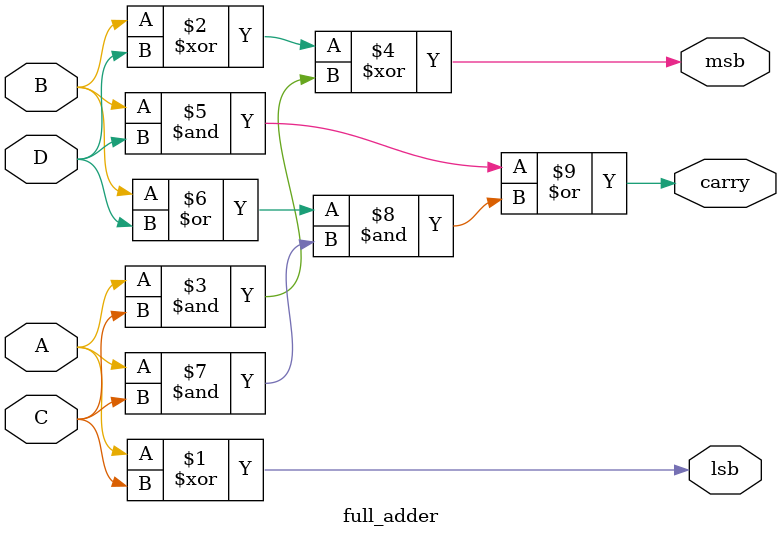
<source format=v>
module full_adder(
// Implement module called full_adder


input A, B, C, D,
output lsb, msb, carry
);

assign lsb = A ^ C;
assign msb = (B ^ D) ^ (A & C);
assign carry = (B & D) | ((B | D) & (A & C));

endmodule

</source>
